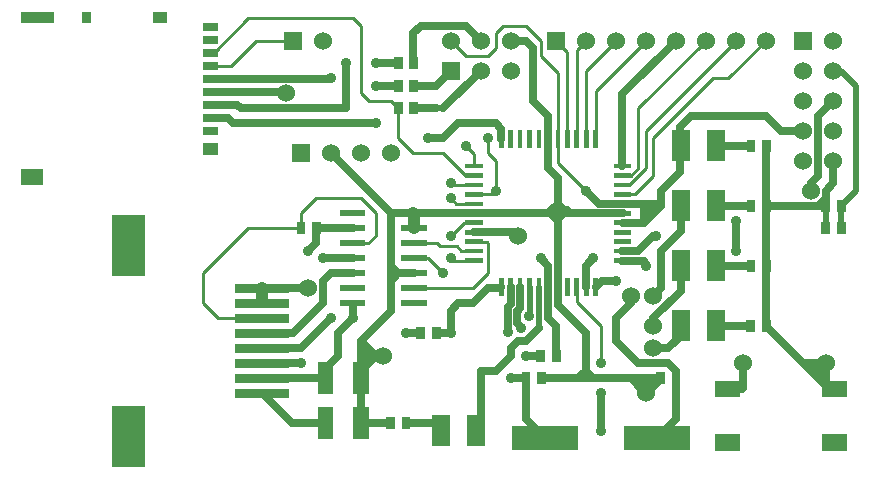
<source format=gbr>
G04 start of page 2 for group 0 idx 0 *
G04 Title: (unknown), component *
G04 Creator: pcb 20110918 *
G04 CreationDate: Tue 10 Jan 2012 07:33:53 PM GMT UTC *
G04 For: andy *
G04 Format: Gerber/RS-274X *
G04 PCB-Dimensions: 279528 153543 *
G04 PCB-Coordinate-Origin: lower left *
%MOIN*%
%FSLAX25Y25*%
%LNTOP*%
%ADD31C,0.0380*%
%ADD30C,0.0350*%
%ADD29C,0.0360*%
%ADD28R,0.0550X0.0550*%
%ADD27R,0.0800X0.0800*%
%ADD26R,0.0600X0.0600*%
%ADD25R,0.0157X0.0157*%
%ADD24R,0.0300X0.0300*%
%ADD23R,0.0200X0.0200*%
%ADD22R,0.1102X0.1102*%
%ADD21R,0.0512X0.0512*%
%ADD20R,0.0315X0.0315*%
%ADD19R,0.0295X0.0295*%
%ADD18R,0.0394X0.0394*%
%ADD17R,0.0276X0.0276*%
%ADD16C,0.0600*%
%ADD15C,0.0001*%
%ADD14C,0.0400*%
%ADD13C,0.0100*%
%ADD12C,0.0200*%
%ADD11C,0.0250*%
G54D11*X242441Y48543D02*X230860D01*
X242500Y68543D02*X230860D01*
X247618Y88543D02*Y48602D01*
X267500Y36043D02*X263780Y32323D01*
X267500Y31043D02*X266280Y29823D01*
X267500Y36043D02*Y27443D01*
G54D12*X267441Y81043D02*Y88484D01*
X267500Y88543D01*
X270000Y133543D02*X272500D01*
X277500Y128543D01*
Y93484D01*
X272559Y88543D01*
Y81043D01*
G54D11*X270450Y27443D02*X268659D01*
X247618Y48602D02*X247500Y48484D01*
X240000Y36043D02*Y27893D01*
X239550Y27443D01*
X268659D02*X247559Y48543D01*
X267500Y36043D02*X260059D01*
X267500Y31043D02*X262500Y36043D01*
X252500Y43602D02*X247500Y48484D01*
G54D12*X234550Y27443D02*X238900D01*
X240000Y28543D01*
G54D11*X100690Y16043D02*X89538D01*
X112500D02*X122382D01*
X127500D02*X136640D01*
G54D13*X79538Y61043D02*Y56043D01*
G54D11*Y60581D01*
G54D14*Y61043D02*Y56505D01*
G54D11*X95000Y61043D02*X79538D01*
G54D13*X92500Y86043D02*Y81043D01*
X75000D01*
X60000Y66043D01*
Y56043D01*
X65000Y51043D01*
X79538D01*
G54D11*X89538Y16043D02*X79538Y26043D01*
X100690Y31043D02*X79538D01*
X112500Y16043D02*Y43543D01*
X92500Y36043D02*X79538D01*
X92500Y41043D02*X79538D01*
Y46043D02*X90000D01*
X100000Y71043D02*X109750D01*
X122500Y68543D02*X125000Y66043D01*
X122500Y86043D02*Y53543D01*
X125000Y66043D02*X122500Y63543D01*
X125000Y66043D02*X130250D01*
X100000Y63543D02*X102500Y66043D01*
X109750D01*
X95000Y73543D02*X97500Y76043D01*
Y81043D01*
X90000Y46043D02*X100000Y56043D01*
X105000Y46043D02*X110000Y51043D01*
X102500D02*X92500Y41043D01*
X100000Y56043D02*Y63543D01*
Y31043D02*Y33543D01*
X105000Y38543D01*
Y46043D01*
X112500Y43543D02*X122500Y53543D01*
X110000Y51043D02*Y55793D01*
Y51043D02*Y51293D01*
X120000Y38543D02*X117500D01*
X112500Y33543D01*
X117500Y38543D02*X112500Y43543D01*
X115000Y36043D02*Y41043D01*
X127500Y46043D02*X132441D01*
X109750Y81043D02*X97618D01*
G54D13*X109750Y76043D02*X115000D01*
X117500Y78543D01*
Y86043D01*
X150315D02*X160000D01*
X117500D02*X112500Y91043D01*
X97500D01*
X92500Y86043D01*
G54D11*X130000D02*X122500D01*
X102500Y106043D01*
G54D14*X130250Y81043D02*Y85793D01*
X130000Y86043D01*
G54D13*X62362Y135197D02*X69154D01*
X77500Y143543D01*
X90000D01*
X62362Y139528D02*X63485D01*
X75000Y151043D01*
X110000D01*
X112500Y126043D02*Y148543D01*
X110000Y151043D01*
G54D11*X102324Y130867D02*X102500Y131043D01*
X107500Y121043D02*Y136043D01*
X62362Y126536D02*X87007D01*
X87500Y126043D01*
X62362Y130867D02*X102324D01*
X62362Y122205D02*X71338D01*
X72500Y121043D01*
X107500D01*
X62362Y117874D02*X68169D01*
X70000Y116043D01*
X117500D01*
X130000Y146043D02*X132500Y148543D01*
G54D13*X142500Y143543D02*X147500Y138543D01*
X155000D01*
G54D11*X130000Y136043D02*Y146043D01*
X132500Y148543D02*X147500D01*
G54D13*X160000D02*X167500D01*
G54D11*X147500D02*X152500Y143543D01*
G54D13*X155000Y138543D02*X157500Y141043D01*
Y146043D01*
X160000Y148543D01*
X167500D02*X172500Y143543D01*
G54D11*X130000Y128543D02*X137500D01*
X142500Y133543D01*
X130000Y121043D02*X137500D01*
G54D12*X140000D01*
G54D13*X115118Y123425D02*X112500Y126043D01*
G54D11*X117500Y128543D02*X124882D01*
X117500Y136043D02*X124882D01*
G54D13*X115118Y123425D02*X122382D01*
X125000Y111043D02*X130000Y106043D01*
G54D11*X140000Y121043D02*X152500Y133543D01*
G54D13*X125000Y118425D02*X124882Y118543D01*
X125000Y111043D02*Y118543D01*
Y118425D02*Y120984D01*
X124941Y121043D01*
X124764D01*
X122382Y123425D01*
G54D11*X130250Y86043D02*X200000D01*
X175000D02*X175649D01*
X178149Y97894D02*X175000Y101043D01*
G54D13*X191851Y89192D02*X178150Y102893D01*
X178750Y102293D01*
G54D11*X191851Y89192D02*X187500Y93543D01*
X178149Y89192D02*X175000Y86043D01*
X178149Y88543D02*Y87894D01*
X180000Y86043D01*
X180048Y87293D02*X178149Y89192D01*
X181250Y87293D02*X180048D01*
X199351Y89192D02*X191851D01*
G54D13*X150315Y89193D02*X144350D01*
X142500Y91043D01*
X150315Y92343D02*X156300D01*
X157500Y93543D01*
X150315Y76595D02*X154448D01*
X139000Y75043D02*X144500D01*
X146000Y73543D01*
X154448Y76595D02*X155000Y76043D01*
Y66043D02*X150000Y61043D01*
G54D11*X150315Y79744D02*X163799D01*
X165000Y78543D01*
G54D13*X155000Y76043D02*Y66043D01*
Y111043D02*Y106043D01*
X150315Y101791D02*Y105728D01*
Y98642D02*X147401D01*
X150315Y95492D02*X143051D01*
X155000Y106043D02*X157500Y103543D01*
Y93543D01*
X150315Y82894D02*X146851D01*
X142500Y78543D01*
X150315Y105728D02*X147500Y108543D01*
X147401Y98642D02*X140000Y106043D01*
X143051Y95492D02*X142500Y96043D01*
G54D11*X157500Y116043D02*X145000D01*
X140000Y111043D01*
X135000D01*
G54D13*X140000Y106043D02*X130000D01*
X150000Y61043D02*X130250D01*
Y71043D02*X135000D01*
X140000Y66043D01*
X130250Y76043D02*X138000D01*
X139000Y75043D01*
G54D11*X136640Y16043D02*X139140Y13543D01*
X217500Y17343D02*X211200Y11043D01*
X152500Y15183D02*X150860Y13543D01*
X167500Y31043D02*Y17343D01*
X173800Y11043D01*
X152500Y33543D02*Y15183D01*
X167500Y31043D02*X162500D01*
X152500Y33543D02*X157500D01*
X212382Y31043D02*Y30925D01*
X217500Y17343D02*Y33543D01*
X212382Y30925D02*X207500Y26043D01*
X202500Y31043D01*
X192500Y26043D02*Y13543D01*
X210000Y28543D02*X205000D01*
X219140Y48543D02*Y45183D01*
X215000Y41043D01*
X212500D01*
X219140Y60183D02*X210000Y51043D01*
Y48543D01*
X217500Y33543D02*X215000Y36043D01*
X212500Y41043D02*X210000D01*
X215000Y36043D02*X205000D01*
X197500Y43543D01*
Y51043D01*
X202500Y56043D01*
X212500Y61043D02*Y73543D01*
G54D13*X146000D02*X150217D01*
X150315Y73445D01*
Y70295D02*X143248D01*
X142500Y71043D01*
G54D11*X137559Y46043D02*X142500D01*
Y53543D01*
X145000Y56043D01*
X150000D01*
X155000Y61043D01*
X212382Y31043D02*X172618D01*
X187500Y46043D02*Y31043D01*
G54D13*X192500Y48543D02*Y36043D01*
G54D11*X185000Y31043D02*X187500Y33543D01*
X190000Y31043D01*
X172441Y38543D02*X167500D01*
G54D12*X171850Y47893D02*X171650Y47693D01*
G54D11*X178149Y55394D02*X187500Y46043D01*
X175000Y61358D02*Y51043D01*
G54D13*X184448Y61358D02*Y56595D01*
X192500Y48543D01*
G54D12*X171850Y61358D02*Y47893D01*
G54D11*X175000Y51043D02*X177500Y48543D01*
Y43661D01*
X177559Y38543D01*
X171850Y47893D02*X167500Y43543D01*
X157500Y33543D02*X162500Y38543D01*
Y41043D01*
X165000Y43543D01*
X167500D01*
X155000Y61043D02*X158937D01*
X159252Y61358D01*
X162401D02*Y55944D01*
X161400Y46543D02*Y54942D01*
X164600Y53543D02*Y49443D01*
X166100Y47943D02*X164600Y49443D01*
X161400Y54942D02*X162401Y55943D01*
X165551Y61358D02*Y54494D01*
X164700Y53643D01*
G54D12*X168700Y61358D02*Y52043D01*
X168500Y51843D01*
G54D13*X199685Y92342D02*X203799D01*
X210000Y98543D01*
Y111043D02*Y98543D01*
G54D11*X218702Y114745D02*Y99745D01*
X212500Y93543D01*
Y88543D01*
X206850Y82893D01*
X210000Y86043D02*X206851Y89192D01*
X210000D02*X209999D01*
X206850Y86043D01*
X199685Y89192D02*X211851D01*
X212500Y88543D01*
X206850Y82893D02*Y89191D01*
X206851Y89192D01*
X219140Y88543D02*Y80183D01*
X212500Y73543D02*X219140Y80183D01*
G54D12*X211000Y78543D02*X210000D01*
G54D11*X199685Y73444D02*X202401D01*
X202599D02*X204901D01*
X210000Y78543D01*
D03*
G54D12*X209600Y78143D01*
G54D13*X181300Y110728D02*Y139743D01*
G54D11*X175000Y101043D02*Y118543D01*
G54D13*X178150Y110728D02*Y112893D01*
Y110728D02*Y132893D01*
Y110393D02*Y102893D01*
X199685Y98641D02*X202598D01*
X205000Y101043D01*
Y121043D01*
X199685Y95491D02*X201948D01*
X207500Y101043D02*Y113543D01*
G54D11*X199685Y101791D02*Y125728D01*
G54D13*X181300Y139743D02*X177500Y143543D01*
G54D11*X167500D02*X170000Y141043D01*
X167500Y143543D02*X162500D01*
X170000Y141043D02*Y123543D01*
G54D13*X172500Y143543D02*Y138543D01*
X178150Y132893D01*
X184449Y110728D02*Y140492D01*
X187599Y110728D02*Y133642D01*
X190748Y110728D02*Y126791D01*
X184449Y140492D02*X187500Y143543D01*
X187599Y133642D02*X197500Y143543D01*
X190748Y126791D02*X207500Y143543D01*
G54D11*X170000Y123543D02*X175000Y118543D01*
X159252Y110728D02*Y114291D01*
X157500Y116043D01*
X242500Y88543D02*X230860D01*
X242500Y108543D02*X230860D01*
X247618D02*Y88425D01*
X247736Y88543D02*X247618Y88425D01*
X265000Y118543D02*X270000Y123543D01*
X247500Y118543D02*X252500Y113543D01*
X260000D01*
X267441Y88543D02*X247736D01*
X270000Y96043D02*X267500Y93543D01*
Y88602D01*
X267441Y88543D01*
X265000D02*X267500Y91043D01*
X262500Y96043D02*Y93543D01*
X270000Y103543D02*Y96043D01*
X265000Y98543D02*X262500Y96043D01*
X265000Y98543D02*Y118543D01*
G54D13*X201948Y95491D02*X207500Y101043D01*
X190000Y86043D02*X199685D01*
Y82893D02*X204350D01*
X205000Y83543D01*
G54D11*X175649Y86043D02*X178149Y83543D01*
Y97894D02*Y55394D01*
Y83543D02*Y84192D01*
X181250Y87293D01*
X200000Y82893D02*X206850D01*
X199685Y70295D02*X206752D01*
X197500Y63543D02*X192933D01*
X190748Y61358D01*
X202500Y56043D02*Y58543D01*
X206850Y82893D02*X207500Y83543D01*
X219140Y68543D02*Y60183D01*
X212500Y61043D02*X210000Y58543D01*
X206752Y70295D02*X207500Y68543D01*
X237500Y83543D02*Y73543D01*
X187598Y61358D02*Y68641D01*
X190000Y71043D01*
X175000Y61043D02*Y68543D01*
X172500Y71043D01*
G54D13*X207500Y113543D02*X237500Y143543D01*
X210000Y111043D02*X230000Y131043D01*
X235000D01*
G54D11*X218702Y114745D02*X222500Y118543D01*
X247500D01*
G54D13*X205000Y121043D02*X227500Y143543D01*
X235000Y131043D02*X247500Y143543D01*
G54D11*X199685Y125728D02*X217500Y143543D01*
G54D15*G36*
X87000Y146543D02*Y140543D01*
X93000D01*
Y146543D01*
X87000D01*
G37*
G54D16*X100000Y143543D03*
G54D15*G36*
X89500Y109043D02*Y103043D01*
X95500D01*
Y109043D01*
X89500D01*
G37*
G54D16*X102500Y106043D03*
X112500D03*
X122500D03*
G54D15*G36*
X139500Y136543D02*Y130543D01*
X145500D01*
Y136543D01*
X139500D01*
G37*
G54D16*X142500Y143543D03*
X152500Y133543D03*
Y143543D03*
X162500Y133543D03*
Y143543D03*
G54D15*G36*
X174500Y146543D02*Y140543D01*
X180500D01*
Y146543D01*
X174500D01*
G37*
G54D16*X187500Y143543D03*
X197500D03*
X207500D03*
X217500D03*
X227500D03*
X237500D03*
X247500D03*
G54D15*G36*
X257000Y146543D02*Y140543D01*
X263000D01*
Y146543D01*
X257000D01*
G37*
G54D16*X270000Y143543D03*
X260000Y133543D03*
X270000D03*
X260000Y123543D03*
X270000D03*
X260000Y113543D03*
X270000D03*
X260000Y103543D03*
X270000D03*
G54D17*X61378Y113544D02*X63347D01*
X61378Y117874D02*X63347D01*
X61378Y122205D02*X63347D01*
X61378Y126536D02*X63347D01*
X61378Y130867D02*X63347D01*
G54D18*X61969Y107442D02*X62757D01*
G54D17*X61378Y135197D02*X63347D01*
X61378Y139528D02*X63347D01*
X61378Y143859D02*X63347D01*
X61378Y148190D02*X63347D01*
G54D19*X124882Y136535D02*Y135551D01*
X130000Y136535D02*Y135551D01*
X124882Y129035D02*Y128051D01*
X130000Y129035D02*Y128051D01*
X124941Y121535D02*Y120551D01*
X130059Y121535D02*Y120551D01*
G54D20*X21024Y151732D02*Y150946D01*
G54D18*X45040Y151339D02*X45828D01*
X1142Y151338D02*X8230D01*
G54D21*X1731Y98189D02*X4094D01*
G54D22*X35079Y79960D02*Y70708D01*
G54D21*X100690Y18798D02*Y13288D01*
X112500Y18798D02*Y13288D01*
Y33798D02*Y28288D01*
X100690Y33798D02*Y28288D01*
G54D23*X106500Y56043D02*X113000D01*
X106500Y86043D02*X113000D01*
X106500Y81043D02*X113000D01*
X106500Y76043D02*X113000D01*
X106500Y71043D02*X113000D01*
X106500Y66043D02*X113000D01*
X106500Y61043D02*X113000D01*
G54D19*X92500Y81535D02*Y80551D01*
X97618Y81535D02*Y80551D01*
G54D22*X35079Y16378D02*Y7126D01*
G54D24*X72033Y26043D02*X87043D01*
X72033Y31043D02*X87043D01*
X72033Y36043D02*X87043D01*
X72033Y41043D02*X87043D01*
X72033Y46043D02*X87043D01*
X72033Y51043D02*X87043D01*
X72033Y56043D02*X87043D01*
X72033Y61043D02*X87043D01*
G54D25*X148102Y76595D02*X152528D01*
X148102Y73445D02*X152528D01*
X148102Y70295D02*X152528D01*
X159252Y63571D02*Y59145D01*
G54D19*X137559Y46535D02*Y45551D01*
X132441Y46535D02*Y45551D01*
G54D26*X139140Y15661D02*Y11425D01*
G54D19*X127500Y16535D02*Y15551D01*
X122382Y16535D02*Y15551D01*
G54D26*X150860Y15661D02*Y11425D01*
G54D27*X166800Y11043D02*X180800D01*
G54D19*X167500Y31535D02*Y30551D01*
X172618Y31535D02*Y30551D01*
X172441Y39035D02*Y38051D01*
X177559Y39035D02*Y38051D01*
G54D25*X148102Y92343D02*X152528D01*
X148102Y89193D02*X152528D01*
X148102Y86043D02*X152528D01*
X148102Y82894D02*X152528D01*
X148102Y101791D02*X152528D01*
X148102Y98642D02*X152528D01*
X148102Y95492D02*X152528D01*
X148102Y79744D02*X152528D01*
X162401Y63571D02*Y59145D01*
X165551Y63571D02*Y59145D01*
X168700Y63571D02*Y59145D01*
X171850Y63571D02*Y59145D01*
X175000Y63571D02*Y59145D01*
X178149Y63571D02*Y59145D01*
X181299Y63571D02*Y59145D01*
X184448Y63571D02*Y59145D01*
X187598Y63571D02*Y59145D01*
X190748Y63571D02*Y59145D01*
G54D23*X127000Y56043D02*X133500D01*
X127000Y61043D02*X133500D01*
X127000Y66043D02*X133500D01*
X127000Y71043D02*X133500D01*
X127000Y76043D02*X133500D01*
X127000Y81043D02*X133500D01*
X127000Y86043D02*X133500D01*
G54D25*X197472Y70295D02*X201898D01*
X197472Y73444D02*X201898D01*
X197472Y76594D02*X201898D01*
G54D26*X230860Y70661D02*Y66425D01*
X219140Y70661D02*Y66425D01*
G54D25*X197472Y79743D02*X201898D01*
X197472Y82893D02*X201898D01*
X197472Y86043D02*X201898D01*
X197472Y89192D02*X201898D01*
X197472Y92342D02*X201898D01*
X197472Y95491D02*X201898D01*
X197472Y98641D02*X201898D01*
X197472Y101791D02*X201898D01*
X190748Y112941D02*Y108515D01*
G54D26*X230860Y110661D02*Y106425D01*
X219140Y110661D02*Y106425D01*
G54D25*X187599Y112941D02*Y108515D01*
X184449Y112941D02*Y108515D01*
X181300Y112941D02*Y108515D01*
X178150Y112941D02*Y108515D01*
X175000Y112941D02*Y108515D01*
X171851Y112941D02*Y108515D01*
X168701Y112941D02*Y108515D01*
X165552Y112941D02*Y108515D01*
X162402Y112941D02*Y108515D01*
X159252Y112941D02*Y108515D01*
G54D27*X204200Y11043D02*X218200D01*
G54D28*X233150Y9643D02*X235950D01*
G54D26*X230860Y50661D02*Y46425D01*
X219140Y50661D02*Y46425D01*
G54D28*X269050Y27443D02*X271850D01*
X269050Y9643D02*X271850D01*
G54D19*X242441Y49035D02*Y48051D01*
X247559Y49035D02*Y48051D01*
X217500Y31535D02*Y30551D01*
X212382Y31535D02*Y30551D01*
G54D28*X233150Y27443D02*X235950D01*
G54D19*X242500Y109035D02*Y108051D01*
X247618Y109035D02*Y108051D01*
G54D26*X230860Y90661D02*Y86425D01*
X219140Y90661D02*Y86425D01*
G54D19*X242500Y89035D02*Y88051D01*
Y69035D02*Y68051D01*
X247618Y69035D02*Y68051D01*
X267441Y89035D02*Y88051D01*
X272559Y89035D02*Y88051D01*
X247618Y89035D02*Y88051D01*
X267441Y81535D02*Y80551D01*
X272559Y81535D02*Y80551D01*
G54D29*X187500Y93543D03*
X155000Y111043D03*
X157500Y93543D03*
X117500Y136043D03*
Y128543D03*
G54D16*X87500Y126043D03*
G54D29*X102500Y131043D03*
X107500Y136043D03*
G54D16*X165000Y78543D03*
G54D29*X142500D03*
X147500Y108543D03*
X142500Y96043D03*
Y91043D03*
X135000Y111043D03*
X117500Y116043D03*
G54D16*X262500Y93543D03*
X240000Y36043D03*
G54D29*X237500Y73543D03*
Y83543D03*
X172500Y71043D03*
G54D16*X202500Y58543D03*
X210000Y48543D03*
G54D29*X190000Y71043D03*
X207500Y68543D03*
X197500Y63543D03*
X211000Y78543D03*
G54D16*X210000Y58543D03*
X207500Y26043D03*
X267500Y36043D03*
G54D29*X192500D03*
Y26043D03*
Y13543D03*
G54D16*X210000Y41043D03*
X95000Y61043D03*
G54D29*X110000Y51043D03*
X95000Y73543D03*
X102500Y51043D03*
X100000Y71043D03*
X140000Y66043D03*
G54D16*X120000Y38543D03*
G54D29*X92500Y36043D03*
X127500Y46043D03*
X142500Y71043D03*
X167500Y38543D03*
X162500Y31043D03*
X142500Y46043D03*
X161400Y46543D03*
X166000Y47943D03*
X168500Y51843D03*
G54D12*G54D30*G54D12*G54D30*G54D12*G54D30*G54D12*G54D30*G54D12*G54D30*G54D12*G54D30*G54D12*G54D30*G54D12*G54D31*M02*

</source>
